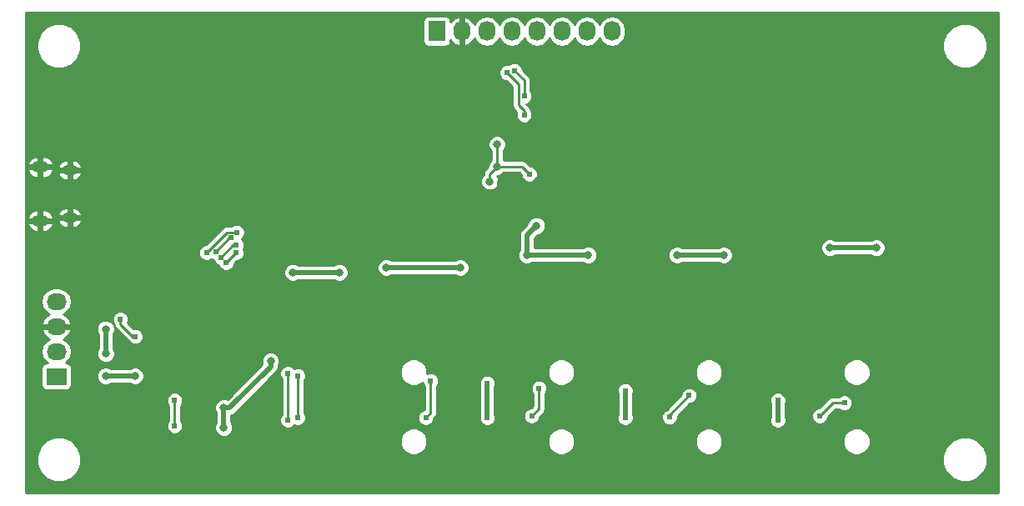
<source format=gbl>
G04 #@! TF.FileFunction,Copper,L2,Bot,Signal*
%FSLAX46Y46*%
G04 Gerber Fmt 4.6, Leading zero omitted, Abs format (unit mm)*
G04 Created by KiCad (PCBNEW 4.0.1-3.201512221402+6198~38~ubuntu14.04.1-stable) date Wed 24 Feb 2016 01:49:48 AM EST*
%MOMM*%
G01*
G04 APERTURE LIST*
%ADD10C,0.100000*%
%ADD11R,2.032000X1.727200*%
%ADD12O,2.032000X1.727200*%
%ADD13O,1.500000X1.100000*%
%ADD14O,1.700000X1.200000*%
%ADD15R,1.727200X2.032000*%
%ADD16O,1.727200X2.032000*%
%ADD17C,0.610000*%
%ADD18C,0.800000*%
%ADD19C,0.240000*%
%ADD20C,0.480000*%
%ADD21C,0.254000*%
G04 APERTURE END LIST*
D10*
D11*
X73750000Y-97580000D03*
D12*
X73750000Y-95040000D03*
X73750000Y-92500000D03*
X73750000Y-89960000D03*
D13*
X75125000Y-76600000D03*
X75125000Y-81450000D03*
D14*
X72125000Y-76300000D03*
X72125000Y-81750000D03*
D15*
X112380000Y-62500000D03*
D16*
X114920000Y-62500000D03*
X117460000Y-62500000D03*
X120000000Y-62500000D03*
X122540000Y-62500000D03*
X125080000Y-62500000D03*
X127620000Y-62500000D03*
X130160000Y-62500000D03*
D17*
X71875000Y-78062500D03*
X71875000Y-79987500D03*
X77461336Y-80788664D03*
X130250000Y-77500000D03*
X125250000Y-74500000D03*
X82500000Y-108000000D03*
X88000000Y-108000000D03*
X92750000Y-103000000D03*
X93000000Y-90750000D03*
X85500000Y-98500000D03*
X80750000Y-95000000D03*
X77250000Y-88250000D03*
D18*
X137500000Y-88500000D03*
X84750000Y-70750000D03*
X87750000Y-75500000D03*
X95250000Y-71000000D03*
D17*
X79000000Y-85500000D03*
X85000000Y-88000000D03*
X81750000Y-90750000D03*
X118750000Y-78000000D03*
X118750000Y-79750000D03*
X123211336Y-78461336D03*
X107750000Y-88500000D03*
X114000000Y-90000000D03*
X117000000Y-86250000D03*
X120000000Y-87000000D03*
X122750000Y-88500000D03*
X134750000Y-86500000D03*
X131750000Y-86000000D03*
X128750000Y-89750000D03*
X147000000Y-86250000D03*
X143750000Y-90000000D03*
X150250000Y-86750000D03*
D18*
X113750000Y-103500000D03*
X128750000Y-103500000D03*
X143750000Y-103500000D03*
X158750000Y-103500000D03*
D17*
X152750000Y-88500000D03*
X161750000Y-86250000D03*
X165000000Y-86750000D03*
X158500000Y-90000000D03*
X87750000Y-97250000D03*
X121773249Y-77011624D03*
D18*
X78750000Y-92750000D03*
X78750000Y-95250000D03*
X78750000Y-97500000D03*
X81750000Y-97500000D03*
X90750000Y-102750000D03*
X90750000Y-100720000D03*
X95500000Y-96000000D03*
X118500000Y-74000000D03*
X118500000Y-76250000D03*
X117750000Y-77750000D03*
X122500000Y-82250000D03*
X157000000Y-84500000D03*
X152250000Y-84500000D03*
X141500000Y-85250000D03*
X136750000Y-85250000D03*
X127750000Y-85250000D03*
X121500000Y-85250000D03*
X114750000Y-86500000D03*
X107250000Y-86500000D03*
X102500000Y-87000000D03*
X97750000Y-87000000D03*
D17*
X85750000Y-102585010D03*
X85750000Y-100000000D03*
X117500000Y-101750000D03*
X117500000Y-98250000D03*
X131500000Y-101750000D03*
X131500000Y-99000000D03*
X147000000Y-102000000D03*
X147000000Y-100000000D03*
X111250000Y-101750000D03*
X111750000Y-98000000D03*
X136000000Y-101700000D03*
X138000000Y-99500000D03*
X122000000Y-101585010D03*
X122750000Y-98750000D03*
X151250000Y-101585010D03*
X153750000Y-100250000D03*
X98250000Y-97500000D03*
X98250000Y-101750000D03*
X80250000Y-91750000D03*
X81750000Y-93500000D03*
X97250000Y-97250000D03*
X97250000Y-102000000D03*
X88997388Y-84997388D03*
X92044474Y-82914990D03*
X89911053Y-84911053D03*
X91500000Y-83500000D03*
X90455526Y-85455526D03*
X92000000Y-84229997D03*
X92000000Y-85000000D03*
X91000000Y-86000000D03*
X119500000Y-66714960D03*
X121250000Y-71000000D03*
X120250000Y-66500000D03*
X121250000Y-69085010D03*
D19*
X121773249Y-77011624D02*
X121011625Y-76250000D01*
X121011625Y-76250000D02*
X118500000Y-76250000D01*
D20*
X78750000Y-95250000D02*
X78750000Y-92750000D01*
X81750000Y-97500000D02*
X78750000Y-97500000D01*
X90750000Y-100720000D02*
X90750000Y-102750000D01*
X91315685Y-100750000D02*
X90780000Y-100750000D01*
X90780000Y-100750000D02*
X90750000Y-100720000D01*
X95500000Y-96000000D02*
X95500000Y-96565685D01*
X95500000Y-96565685D02*
X91315685Y-100750000D01*
D19*
X118500000Y-76250000D02*
X118500000Y-74000000D01*
X117750000Y-77750000D02*
X117750000Y-77000000D01*
X117750000Y-77000000D02*
X118500000Y-76250000D01*
D20*
X121500000Y-83500000D02*
X121500000Y-83250000D01*
X121500000Y-83250000D02*
X122500000Y-82250000D01*
X121500000Y-85250000D02*
X121500000Y-83500000D01*
X152250000Y-84500000D02*
X157000000Y-84500000D01*
X136750000Y-85250000D02*
X141500000Y-85250000D01*
X121500000Y-85250000D02*
X127750000Y-85250000D01*
X107250000Y-86500000D02*
X114750000Y-86500000D01*
X97750000Y-87000000D02*
X102500000Y-87000000D01*
D19*
X85750000Y-100000000D02*
X85750000Y-102585010D01*
D20*
X117500000Y-98250000D02*
X117500000Y-101750000D01*
X131500000Y-99000000D02*
X131500000Y-101750000D01*
X147000000Y-100000000D02*
X147000000Y-102000000D01*
D19*
X111750000Y-98000000D02*
X111750000Y-101250000D01*
X111750000Y-101250000D02*
X111250000Y-101750000D01*
X138000000Y-99500000D02*
X136000000Y-101500000D01*
X136000000Y-101500000D02*
X136000000Y-101700000D01*
X122750000Y-98750000D02*
X122750000Y-100835010D01*
X122750000Y-100835010D02*
X122000000Y-101585010D01*
X153750000Y-100250000D02*
X152585010Y-100250000D01*
X152585010Y-100250000D02*
X151250000Y-101585010D01*
X98250000Y-97750000D02*
X98250000Y-97500000D01*
X98250000Y-101750000D02*
X98250000Y-97750000D01*
X80250000Y-92250000D02*
X80250000Y-91750000D01*
X81750000Y-93500000D02*
X81500000Y-93500000D01*
X81500000Y-93500000D02*
X80250000Y-92250000D01*
X97250000Y-102000000D02*
X97250000Y-97250000D01*
X92044474Y-82914990D02*
X91079786Y-82914990D01*
X91079786Y-82914990D02*
X88997388Y-84997388D01*
X91500000Y-83500000D02*
X91322106Y-83500000D01*
X91322106Y-83500000D02*
X89911053Y-84911053D01*
X92000000Y-84229997D02*
X91681055Y-84229997D01*
X91681055Y-84229997D02*
X90455526Y-85455526D01*
X91000000Y-86000000D02*
X92000000Y-85000000D01*
X120664999Y-69365811D02*
X120664999Y-67879959D01*
X120664999Y-67879959D02*
X119500000Y-66714960D01*
X121250000Y-71000000D02*
X121250000Y-70568665D01*
X121250000Y-70568665D02*
X120664999Y-69983664D01*
X120664999Y-69983664D02*
X120664999Y-69365811D01*
X121250000Y-69085010D02*
X121250000Y-67500000D01*
X121250000Y-67500000D02*
X120250000Y-66500000D01*
D21*
G36*
X169373000Y-109373000D02*
X70627000Y-109373000D01*
X70627000Y-106450936D01*
X71722606Y-106450936D01*
X72068528Y-107288132D01*
X72708499Y-107929221D01*
X73545090Y-108276604D01*
X74450936Y-108277394D01*
X75288132Y-107931472D01*
X75929221Y-107291501D01*
X76276604Y-106454910D01*
X76276607Y-106450936D01*
X163722606Y-106450936D01*
X164068528Y-107288132D01*
X164708499Y-107929221D01*
X165545090Y-108276604D01*
X166450936Y-108277394D01*
X167288132Y-107931472D01*
X167929221Y-107291501D01*
X168276604Y-106454910D01*
X168277394Y-105549064D01*
X167931472Y-104711868D01*
X167291501Y-104070779D01*
X166454910Y-103723396D01*
X165549064Y-103722606D01*
X164711868Y-104068528D01*
X164070779Y-104708499D01*
X163723396Y-105545090D01*
X163722606Y-106450936D01*
X76276607Y-106450936D01*
X76277394Y-105549064D01*
X75931472Y-104711868D01*
X75642810Y-104422701D01*
X108622762Y-104422701D01*
X108831956Y-104928989D01*
X109218974Y-105316683D01*
X109724896Y-105526760D01*
X110272701Y-105527238D01*
X110778989Y-105318044D01*
X111166683Y-104931026D01*
X111376760Y-104425104D01*
X111376762Y-104422701D01*
X123622762Y-104422701D01*
X123831956Y-104928989D01*
X124218974Y-105316683D01*
X124724896Y-105526760D01*
X125272701Y-105527238D01*
X125778989Y-105318044D01*
X126166683Y-104931026D01*
X126376760Y-104425104D01*
X126376762Y-104422701D01*
X138622762Y-104422701D01*
X138831956Y-104928989D01*
X139218974Y-105316683D01*
X139724896Y-105526760D01*
X140272701Y-105527238D01*
X140778989Y-105318044D01*
X141166683Y-104931026D01*
X141376760Y-104425104D01*
X141376762Y-104422701D01*
X153622762Y-104422701D01*
X153831956Y-104928989D01*
X154218974Y-105316683D01*
X154724896Y-105526760D01*
X155272701Y-105527238D01*
X155778989Y-105318044D01*
X156166683Y-104931026D01*
X156376760Y-104425104D01*
X156377238Y-103877299D01*
X156168044Y-103371011D01*
X155781026Y-102983317D01*
X155275104Y-102773240D01*
X154727299Y-102772762D01*
X154221011Y-102981956D01*
X153833317Y-103368974D01*
X153623240Y-103874896D01*
X153622762Y-104422701D01*
X141376762Y-104422701D01*
X141377238Y-103877299D01*
X141168044Y-103371011D01*
X140781026Y-102983317D01*
X140275104Y-102773240D01*
X139727299Y-102772762D01*
X139221011Y-102981956D01*
X138833317Y-103368974D01*
X138623240Y-103874896D01*
X138622762Y-104422701D01*
X126376762Y-104422701D01*
X126377238Y-103877299D01*
X126168044Y-103371011D01*
X125781026Y-102983317D01*
X125275104Y-102773240D01*
X124727299Y-102772762D01*
X124221011Y-102981956D01*
X123833317Y-103368974D01*
X123623240Y-103874896D01*
X123622762Y-104422701D01*
X111376762Y-104422701D01*
X111377238Y-103877299D01*
X111168044Y-103371011D01*
X110781026Y-102983317D01*
X110275104Y-102773240D01*
X109727299Y-102772762D01*
X109221011Y-102981956D01*
X108833317Y-103368974D01*
X108623240Y-103874896D01*
X108622762Y-104422701D01*
X75642810Y-104422701D01*
X75291501Y-104070779D01*
X74454910Y-103723396D01*
X73549064Y-103722606D01*
X72711868Y-104068528D01*
X72070779Y-104708499D01*
X71723396Y-105545090D01*
X71722606Y-106450936D01*
X70627000Y-106450936D01*
X70627000Y-100164769D01*
X84917856Y-100164769D01*
X85044253Y-100470675D01*
X85103000Y-100529525D01*
X85103000Y-102055281D01*
X85045076Y-102113104D01*
X84918145Y-102418789D01*
X84917856Y-102749779D01*
X85044253Y-103055685D01*
X85278094Y-103289934D01*
X85583779Y-103416865D01*
X85914769Y-103417154D01*
X86220675Y-103290757D01*
X86454924Y-103056916D01*
X86581855Y-102751231D01*
X86582144Y-102420241D01*
X86455747Y-102114335D01*
X86397000Y-102055485D01*
X86397000Y-100903583D01*
X89822839Y-100903583D01*
X89963669Y-101244417D01*
X89983000Y-101263782D01*
X89983000Y-102205829D01*
X89964586Y-102224211D01*
X89823161Y-102564799D01*
X89822839Y-102933583D01*
X89963669Y-103274417D01*
X90224211Y-103535414D01*
X90564799Y-103676839D01*
X90933583Y-103677161D01*
X91274417Y-103536331D01*
X91535414Y-103275789D01*
X91676839Y-102935201D01*
X91677161Y-102566417D01*
X91536331Y-102225583D01*
X91517000Y-102206218D01*
X91517000Y-101476956D01*
X91609204Y-101458616D01*
X91858036Y-101292351D01*
X95735618Y-97414769D01*
X96417856Y-97414769D01*
X96544253Y-97720675D01*
X96603000Y-97779525D01*
X96603000Y-101470271D01*
X96545076Y-101528094D01*
X96418145Y-101833779D01*
X96417856Y-102164769D01*
X96544253Y-102470675D01*
X96778094Y-102704924D01*
X97083779Y-102831855D01*
X97414769Y-102832144D01*
X97720675Y-102705747D01*
X97914992Y-102511769D01*
X98083779Y-102581855D01*
X98414769Y-102582144D01*
X98720675Y-102455747D01*
X98954924Y-102221906D01*
X99081855Y-101916221D01*
X99082144Y-101585231D01*
X98955747Y-101279325D01*
X98897000Y-101220475D01*
X98897000Y-98029729D01*
X98954924Y-97971906D01*
X99081855Y-97666221D01*
X99082067Y-97422701D01*
X108622762Y-97422701D01*
X108831956Y-97928989D01*
X109218974Y-98316683D01*
X109724896Y-98526760D01*
X110272701Y-98527238D01*
X110778989Y-98318044D01*
X110922142Y-98175141D01*
X111044253Y-98470675D01*
X111103000Y-98529525D01*
X111103000Y-100917872D01*
X111085231Y-100917856D01*
X110779325Y-101044253D01*
X110545076Y-101278094D01*
X110418145Y-101583779D01*
X110417856Y-101914769D01*
X110544253Y-102220675D01*
X110778094Y-102454924D01*
X111083779Y-102581855D01*
X111414769Y-102582144D01*
X111720675Y-102455747D01*
X111954924Y-102221906D01*
X112081855Y-101916221D01*
X112081928Y-101833068D01*
X112207498Y-101707498D01*
X112347750Y-101497596D01*
X112397000Y-101250000D01*
X112397000Y-98529729D01*
X112454924Y-98471906D01*
X112478649Y-98414769D01*
X116667856Y-98414769D01*
X116733000Y-98572430D01*
X116733000Y-101427590D01*
X116668145Y-101583779D01*
X116667856Y-101914769D01*
X116794253Y-102220675D01*
X117028094Y-102454924D01*
X117333779Y-102581855D01*
X117664769Y-102582144D01*
X117970675Y-102455747D01*
X118204924Y-102221906D01*
X118331855Y-101916221D01*
X118332000Y-101749779D01*
X121167856Y-101749779D01*
X121294253Y-102055685D01*
X121528094Y-102289934D01*
X121833779Y-102416865D01*
X122164769Y-102417154D01*
X122470675Y-102290757D01*
X122704924Y-102056916D01*
X122831855Y-101751231D01*
X122831928Y-101668078D01*
X123207498Y-101292508D01*
X123347750Y-101082606D01*
X123397000Y-100835010D01*
X123397000Y-99279729D01*
X123454924Y-99221906D01*
X123478649Y-99164769D01*
X130667856Y-99164769D01*
X130733000Y-99322430D01*
X130733000Y-101427590D01*
X130668145Y-101583779D01*
X130667856Y-101914769D01*
X130794253Y-102220675D01*
X131028094Y-102454924D01*
X131333779Y-102581855D01*
X131664769Y-102582144D01*
X131970675Y-102455747D01*
X132204924Y-102221906D01*
X132331855Y-101916221D01*
X132331899Y-101864769D01*
X135167856Y-101864769D01*
X135294253Y-102170675D01*
X135528094Y-102404924D01*
X135833779Y-102531855D01*
X136164769Y-102532144D01*
X136470675Y-102405747D01*
X136704924Y-102171906D01*
X136831855Y-101866221D01*
X136832102Y-101582894D01*
X138082923Y-100332073D01*
X138164769Y-100332144D01*
X138470675Y-100205747D01*
X138511724Y-100164769D01*
X146167856Y-100164769D01*
X146233000Y-100322430D01*
X146233000Y-101677590D01*
X146168145Y-101833779D01*
X146167856Y-102164769D01*
X146294253Y-102470675D01*
X146528094Y-102704924D01*
X146833779Y-102831855D01*
X147164769Y-102832144D01*
X147470675Y-102705747D01*
X147704924Y-102471906D01*
X147831855Y-102166221D01*
X147832144Y-101835231D01*
X147796837Y-101749779D01*
X150417856Y-101749779D01*
X150544253Y-102055685D01*
X150778094Y-102289934D01*
X151083779Y-102416865D01*
X151414769Y-102417154D01*
X151720675Y-102290757D01*
X151954924Y-102056916D01*
X152081855Y-101751231D01*
X152081928Y-101668078D01*
X152853006Y-100897000D01*
X153220271Y-100897000D01*
X153278094Y-100954924D01*
X153583779Y-101081855D01*
X153914769Y-101082144D01*
X154220675Y-100955747D01*
X154454924Y-100721906D01*
X154581855Y-100416221D01*
X154582144Y-100085231D01*
X154455747Y-99779325D01*
X154221906Y-99545076D01*
X153916221Y-99418145D01*
X153585231Y-99417856D01*
X153279325Y-99544253D01*
X153220475Y-99603000D01*
X152585010Y-99603000D01*
X152337414Y-99652250D01*
X152127512Y-99792502D01*
X151167077Y-100752937D01*
X151085231Y-100752866D01*
X150779325Y-100879263D01*
X150545076Y-101113104D01*
X150418145Y-101418789D01*
X150417856Y-101749779D01*
X147796837Y-101749779D01*
X147767000Y-101677570D01*
X147767000Y-100322410D01*
X147831855Y-100166221D01*
X147832144Y-99835231D01*
X147705747Y-99529325D01*
X147471906Y-99295076D01*
X147166221Y-99168145D01*
X146835231Y-99167856D01*
X146529325Y-99294253D01*
X146295076Y-99528094D01*
X146168145Y-99833779D01*
X146167856Y-100164769D01*
X138511724Y-100164769D01*
X138704924Y-99971906D01*
X138831855Y-99666221D01*
X138832144Y-99335231D01*
X138705747Y-99029325D01*
X138471906Y-98795076D01*
X138166221Y-98668145D01*
X137835231Y-98667856D01*
X137529325Y-98794253D01*
X137295076Y-99028094D01*
X137168145Y-99333779D01*
X137168072Y-99416932D01*
X135634003Y-100951001D01*
X135529325Y-100994253D01*
X135295076Y-101228094D01*
X135168145Y-101533779D01*
X135167856Y-101864769D01*
X132331899Y-101864769D01*
X132332144Y-101585231D01*
X132267000Y-101427570D01*
X132267000Y-99322410D01*
X132331855Y-99166221D01*
X132332144Y-98835231D01*
X132205747Y-98529325D01*
X131971906Y-98295076D01*
X131666221Y-98168145D01*
X131335231Y-98167856D01*
X131029325Y-98294253D01*
X130795076Y-98528094D01*
X130668145Y-98833779D01*
X130667856Y-99164769D01*
X123478649Y-99164769D01*
X123581855Y-98916221D01*
X123582144Y-98585231D01*
X123455747Y-98279325D01*
X123221906Y-98045076D01*
X122916221Y-97918145D01*
X122585231Y-97917856D01*
X122279325Y-98044253D01*
X122045076Y-98278094D01*
X121918145Y-98583779D01*
X121917856Y-98914769D01*
X122044253Y-99220675D01*
X122103000Y-99279525D01*
X122103000Y-100567014D01*
X121917077Y-100752937D01*
X121835231Y-100752866D01*
X121529325Y-100879263D01*
X121295076Y-101113104D01*
X121168145Y-101418789D01*
X121167856Y-101749779D01*
X118332000Y-101749779D01*
X118332144Y-101585231D01*
X118267000Y-101427570D01*
X118267000Y-98572410D01*
X118331855Y-98416221D01*
X118332144Y-98085231D01*
X118205747Y-97779325D01*
X117971906Y-97545076D01*
X117677194Y-97422701D01*
X123622762Y-97422701D01*
X123831956Y-97928989D01*
X124218974Y-98316683D01*
X124724896Y-98526760D01*
X125272701Y-98527238D01*
X125778989Y-98318044D01*
X126166683Y-97931026D01*
X126376760Y-97425104D01*
X126376762Y-97422701D01*
X138622762Y-97422701D01*
X138831956Y-97928989D01*
X139218974Y-98316683D01*
X139724896Y-98526760D01*
X140272701Y-98527238D01*
X140778989Y-98318044D01*
X141166683Y-97931026D01*
X141376760Y-97425104D01*
X141376762Y-97422701D01*
X153622762Y-97422701D01*
X153831956Y-97928989D01*
X154218974Y-98316683D01*
X154724896Y-98526760D01*
X155272701Y-98527238D01*
X155778989Y-98318044D01*
X156166683Y-97931026D01*
X156376760Y-97425104D01*
X156377238Y-96877299D01*
X156168044Y-96371011D01*
X155781026Y-95983317D01*
X155275104Y-95773240D01*
X154727299Y-95772762D01*
X154221011Y-95981956D01*
X153833317Y-96368974D01*
X153623240Y-96874896D01*
X153622762Y-97422701D01*
X141376762Y-97422701D01*
X141377238Y-96877299D01*
X141168044Y-96371011D01*
X140781026Y-95983317D01*
X140275104Y-95773240D01*
X139727299Y-95772762D01*
X139221011Y-95981956D01*
X138833317Y-96368974D01*
X138623240Y-96874896D01*
X138622762Y-97422701D01*
X126376762Y-97422701D01*
X126377238Y-96877299D01*
X126168044Y-96371011D01*
X125781026Y-95983317D01*
X125275104Y-95773240D01*
X124727299Y-95772762D01*
X124221011Y-95981956D01*
X123833317Y-96368974D01*
X123623240Y-96874896D01*
X123622762Y-97422701D01*
X117677194Y-97422701D01*
X117666221Y-97418145D01*
X117335231Y-97417856D01*
X117029325Y-97544253D01*
X116795076Y-97778094D01*
X116668145Y-98083779D01*
X116667856Y-98414769D01*
X112478649Y-98414769D01*
X112581855Y-98166221D01*
X112582144Y-97835231D01*
X112455747Y-97529325D01*
X112221906Y-97295076D01*
X111916221Y-97168145D01*
X111585231Y-97167856D01*
X111376909Y-97253932D01*
X111377238Y-96877299D01*
X111168044Y-96371011D01*
X110781026Y-95983317D01*
X110275104Y-95773240D01*
X109727299Y-95772762D01*
X109221011Y-95981956D01*
X108833317Y-96368974D01*
X108623240Y-96874896D01*
X108622762Y-97422701D01*
X99082067Y-97422701D01*
X99082144Y-97335231D01*
X98955747Y-97029325D01*
X98721906Y-96795076D01*
X98416221Y-96668145D01*
X98085231Y-96667856D01*
X97914779Y-96738285D01*
X97721906Y-96545076D01*
X97416221Y-96418145D01*
X97085231Y-96417856D01*
X96779325Y-96544253D01*
X96545076Y-96778094D01*
X96418145Y-97083779D01*
X96417856Y-97414769D01*
X95735618Y-97414769D01*
X96042351Y-97108036D01*
X96208616Y-96859204D01*
X96267000Y-96565685D01*
X96267000Y-96544171D01*
X96285414Y-96525789D01*
X96426839Y-96185201D01*
X96427161Y-95816417D01*
X96286331Y-95475583D01*
X96025789Y-95214586D01*
X95685201Y-95073161D01*
X95316417Y-95072839D01*
X94975583Y-95213669D01*
X94714586Y-95474211D01*
X94573161Y-95814799D01*
X94572839Y-96183583D01*
X94638497Y-96342486D01*
X91113702Y-99867281D01*
X90935201Y-99793161D01*
X90566417Y-99792839D01*
X90225583Y-99933669D01*
X89964586Y-100194211D01*
X89823161Y-100534799D01*
X89822839Y-100903583D01*
X86397000Y-100903583D01*
X86397000Y-100529729D01*
X86454924Y-100471906D01*
X86581855Y-100166221D01*
X86582144Y-99835231D01*
X86455747Y-99529325D01*
X86221906Y-99295076D01*
X85916221Y-99168145D01*
X85585231Y-99167856D01*
X85279325Y-99294253D01*
X85045076Y-99528094D01*
X84918145Y-99833779D01*
X84917856Y-100164769D01*
X70627000Y-100164769D01*
X70627000Y-95040000D01*
X72176771Y-95040000D01*
X72282624Y-95572160D01*
X72584068Y-96023303D01*
X72817199Y-96179076D01*
X72734000Y-96179076D01*
X72538706Y-96215823D01*
X72359340Y-96331242D01*
X72239010Y-96507351D01*
X72196676Y-96716400D01*
X72196676Y-98443600D01*
X72233423Y-98638894D01*
X72348842Y-98818260D01*
X72524951Y-98938590D01*
X72734000Y-98980924D01*
X74766000Y-98980924D01*
X74961294Y-98944177D01*
X75140660Y-98828758D01*
X75260990Y-98652649D01*
X75303324Y-98443600D01*
X75303324Y-97683583D01*
X77822839Y-97683583D01*
X77963669Y-98024417D01*
X78224211Y-98285414D01*
X78564799Y-98426839D01*
X78933583Y-98427161D01*
X79274417Y-98286331D01*
X79293782Y-98267000D01*
X81205829Y-98267000D01*
X81224211Y-98285414D01*
X81564799Y-98426839D01*
X81933583Y-98427161D01*
X82274417Y-98286331D01*
X82535414Y-98025789D01*
X82676839Y-97685201D01*
X82677161Y-97316417D01*
X82536331Y-96975583D01*
X82275789Y-96714586D01*
X81935201Y-96573161D01*
X81566417Y-96572839D01*
X81225583Y-96713669D01*
X81206218Y-96733000D01*
X79294171Y-96733000D01*
X79275789Y-96714586D01*
X78935201Y-96573161D01*
X78566417Y-96572839D01*
X78225583Y-96713669D01*
X77964586Y-96974211D01*
X77823161Y-97314799D01*
X77822839Y-97683583D01*
X75303324Y-97683583D01*
X75303324Y-96716400D01*
X75266577Y-96521106D01*
X75151158Y-96341740D01*
X74975049Y-96221410D01*
X74766000Y-96179076D01*
X74682801Y-96179076D01*
X74915932Y-96023303D01*
X75217376Y-95572160D01*
X75323229Y-95040000D01*
X75217376Y-94507840D01*
X74915932Y-94056697D01*
X74464789Y-93755253D01*
X74445038Y-93751324D01*
X74645882Y-93673827D01*
X75038492Y-93299956D01*
X75215503Y-92933583D01*
X77822839Y-92933583D01*
X77963669Y-93274417D01*
X77983000Y-93293782D01*
X77983000Y-94705829D01*
X77964586Y-94724211D01*
X77823161Y-95064799D01*
X77822839Y-95433583D01*
X77963669Y-95774417D01*
X78224211Y-96035414D01*
X78564799Y-96176839D01*
X78933583Y-96177161D01*
X79274417Y-96036331D01*
X79535414Y-95775789D01*
X79676839Y-95435201D01*
X79677161Y-95066417D01*
X79536331Y-94725583D01*
X79517000Y-94706218D01*
X79517000Y-93294171D01*
X79535414Y-93275789D01*
X79676839Y-92935201D01*
X79677161Y-92566417D01*
X79536331Y-92225583D01*
X79275789Y-91964586D01*
X79155817Y-91914769D01*
X79417856Y-91914769D01*
X79544253Y-92220675D01*
X79610334Y-92286872D01*
X79652250Y-92497596D01*
X79792502Y-92707498D01*
X81036208Y-93951204D01*
X81044253Y-93970675D01*
X81278094Y-94204924D01*
X81583779Y-94331855D01*
X81914769Y-94332144D01*
X82220675Y-94205747D01*
X82454924Y-93971906D01*
X82581855Y-93666221D01*
X82582144Y-93335231D01*
X82455747Y-93029325D01*
X82221906Y-92795076D01*
X81916221Y-92668145D01*
X81585231Y-92667856D01*
X81583548Y-92668552D01*
X81008317Y-92093321D01*
X81081855Y-91916221D01*
X81082144Y-91585231D01*
X80955747Y-91279325D01*
X80721906Y-91045076D01*
X80416221Y-90918145D01*
X80085231Y-90917856D01*
X79779325Y-91044253D01*
X79545076Y-91278094D01*
X79418145Y-91583779D01*
X79417856Y-91914769D01*
X79155817Y-91914769D01*
X78935201Y-91823161D01*
X78566417Y-91822839D01*
X78225583Y-91963669D01*
X77964586Y-92224211D01*
X77823161Y-92564799D01*
X77822839Y-92933583D01*
X75215503Y-92933583D01*
X75238146Y-92886718D01*
X75149306Y-92673000D01*
X73923000Y-92673000D01*
X73923000Y-92693000D01*
X73577000Y-92693000D01*
X73577000Y-92673000D01*
X72350694Y-92673000D01*
X72261854Y-92886718D01*
X72461508Y-93299956D01*
X72854118Y-93673827D01*
X73054962Y-93751324D01*
X73035211Y-93755253D01*
X72584068Y-94056697D01*
X72282624Y-94507840D01*
X72176771Y-95040000D01*
X70627000Y-95040000D01*
X70627000Y-89960000D01*
X72176771Y-89960000D01*
X72282624Y-90492160D01*
X72584068Y-90943303D01*
X73035211Y-91244747D01*
X73054962Y-91248676D01*
X72854118Y-91326173D01*
X72461508Y-91700044D01*
X72261854Y-92113282D01*
X72350694Y-92327000D01*
X73577000Y-92327000D01*
X73577000Y-92307000D01*
X73923000Y-92307000D01*
X73923000Y-92327000D01*
X75149306Y-92327000D01*
X75238146Y-92113282D01*
X75038492Y-91700044D01*
X74645882Y-91326173D01*
X74445038Y-91248676D01*
X74464789Y-91244747D01*
X74915932Y-90943303D01*
X75217376Y-90492160D01*
X75323229Y-89960000D01*
X75217376Y-89427840D01*
X74915932Y-88976697D01*
X74464789Y-88675253D01*
X73932629Y-88569400D01*
X73567371Y-88569400D01*
X73035211Y-88675253D01*
X72584068Y-88976697D01*
X72282624Y-89427840D01*
X72176771Y-89960000D01*
X70627000Y-89960000D01*
X70627000Y-87183583D01*
X96822839Y-87183583D01*
X96963669Y-87524417D01*
X97224211Y-87785414D01*
X97564799Y-87926839D01*
X97933583Y-87927161D01*
X98274417Y-87786331D01*
X98293782Y-87767000D01*
X101955829Y-87767000D01*
X101974211Y-87785414D01*
X102314799Y-87926839D01*
X102683583Y-87927161D01*
X103024417Y-87786331D01*
X103285414Y-87525789D01*
X103426839Y-87185201D01*
X103427161Y-86816417D01*
X103372276Y-86683583D01*
X106322839Y-86683583D01*
X106463669Y-87024417D01*
X106724211Y-87285414D01*
X107064799Y-87426839D01*
X107433583Y-87427161D01*
X107774417Y-87286331D01*
X107793782Y-87267000D01*
X114205829Y-87267000D01*
X114224211Y-87285414D01*
X114564799Y-87426839D01*
X114933583Y-87427161D01*
X115274417Y-87286331D01*
X115535414Y-87025789D01*
X115676839Y-86685201D01*
X115677161Y-86316417D01*
X115536331Y-85975583D01*
X115275789Y-85714586D01*
X114935201Y-85573161D01*
X114566417Y-85572839D01*
X114225583Y-85713669D01*
X114206218Y-85733000D01*
X107794171Y-85733000D01*
X107775789Y-85714586D01*
X107435201Y-85573161D01*
X107066417Y-85572839D01*
X106725583Y-85713669D01*
X106464586Y-85974211D01*
X106323161Y-86314799D01*
X106322839Y-86683583D01*
X103372276Y-86683583D01*
X103286331Y-86475583D01*
X103025789Y-86214586D01*
X102685201Y-86073161D01*
X102316417Y-86072839D01*
X101975583Y-86213669D01*
X101956218Y-86233000D01*
X98294171Y-86233000D01*
X98275789Y-86214586D01*
X97935201Y-86073161D01*
X97566417Y-86072839D01*
X97225583Y-86213669D01*
X96964586Y-86474211D01*
X96823161Y-86814799D01*
X96822839Y-87183583D01*
X70627000Y-87183583D01*
X70627000Y-85162157D01*
X88165244Y-85162157D01*
X88291641Y-85468063D01*
X88525482Y-85702312D01*
X88831167Y-85829243D01*
X89162157Y-85829532D01*
X89468063Y-85703135D01*
X89521230Y-85650061D01*
X89659384Y-85707427D01*
X89749779Y-85926201D01*
X89983620Y-86160450D01*
X90203858Y-86251900D01*
X90294253Y-86470675D01*
X90528094Y-86704924D01*
X90833779Y-86831855D01*
X91164769Y-86832144D01*
X91470675Y-86705747D01*
X91704924Y-86471906D01*
X91831855Y-86166221D01*
X91831928Y-86083068D01*
X92082923Y-85832073D01*
X92164769Y-85832144D01*
X92470675Y-85705747D01*
X92704924Y-85471906D01*
X92720837Y-85433583D01*
X120572839Y-85433583D01*
X120713669Y-85774417D01*
X120974211Y-86035414D01*
X121314799Y-86176839D01*
X121683583Y-86177161D01*
X122024417Y-86036331D01*
X122043782Y-86017000D01*
X127205829Y-86017000D01*
X127224211Y-86035414D01*
X127564799Y-86176839D01*
X127933583Y-86177161D01*
X128274417Y-86036331D01*
X128535414Y-85775789D01*
X128676839Y-85435201D01*
X128676840Y-85433583D01*
X135822839Y-85433583D01*
X135963669Y-85774417D01*
X136224211Y-86035414D01*
X136564799Y-86176839D01*
X136933583Y-86177161D01*
X137274417Y-86036331D01*
X137293782Y-86017000D01*
X140955829Y-86017000D01*
X140974211Y-86035414D01*
X141314799Y-86176839D01*
X141683583Y-86177161D01*
X142024417Y-86036331D01*
X142285414Y-85775789D01*
X142426839Y-85435201D01*
X142427161Y-85066417D01*
X142286331Y-84725583D01*
X142244405Y-84683583D01*
X151322839Y-84683583D01*
X151463669Y-85024417D01*
X151724211Y-85285414D01*
X152064799Y-85426839D01*
X152433583Y-85427161D01*
X152774417Y-85286331D01*
X152793782Y-85267000D01*
X156455829Y-85267000D01*
X156474211Y-85285414D01*
X156814799Y-85426839D01*
X157183583Y-85427161D01*
X157524417Y-85286331D01*
X157785414Y-85025789D01*
X157926839Y-84685201D01*
X157927161Y-84316417D01*
X157786331Y-83975583D01*
X157525789Y-83714586D01*
X157185201Y-83573161D01*
X156816417Y-83572839D01*
X156475583Y-83713669D01*
X156456218Y-83733000D01*
X152794171Y-83733000D01*
X152775789Y-83714586D01*
X152435201Y-83573161D01*
X152066417Y-83572839D01*
X151725583Y-83713669D01*
X151464586Y-83974211D01*
X151323161Y-84314799D01*
X151322839Y-84683583D01*
X142244405Y-84683583D01*
X142025789Y-84464586D01*
X141685201Y-84323161D01*
X141316417Y-84322839D01*
X140975583Y-84463669D01*
X140956218Y-84483000D01*
X137294171Y-84483000D01*
X137275789Y-84464586D01*
X136935201Y-84323161D01*
X136566417Y-84322839D01*
X136225583Y-84463669D01*
X135964586Y-84724211D01*
X135823161Y-85064799D01*
X135822839Y-85433583D01*
X128676840Y-85433583D01*
X128677161Y-85066417D01*
X128536331Y-84725583D01*
X128275789Y-84464586D01*
X127935201Y-84323161D01*
X127566417Y-84322839D01*
X127225583Y-84463669D01*
X127206218Y-84483000D01*
X122267000Y-84483000D01*
X122267000Y-83567702D01*
X122657564Y-83177138D01*
X122683583Y-83177161D01*
X123024417Y-83036331D01*
X123285414Y-82775789D01*
X123426839Y-82435201D01*
X123427161Y-82066417D01*
X123286331Y-81725583D01*
X123025789Y-81464586D01*
X122685201Y-81323161D01*
X122316417Y-81322839D01*
X121975583Y-81463669D01*
X121714586Y-81724211D01*
X121573161Y-82064799D01*
X121573137Y-82092161D01*
X120957649Y-82707649D01*
X120791384Y-82956481D01*
X120747488Y-83177161D01*
X120733000Y-83250000D01*
X120733000Y-84705829D01*
X120714586Y-84724211D01*
X120573161Y-85064799D01*
X120572839Y-85433583D01*
X92720837Y-85433583D01*
X92831855Y-85166221D01*
X92832144Y-84835231D01*
X92741078Y-84614834D01*
X92831855Y-84396218D01*
X92832144Y-84065228D01*
X92705747Y-83759322D01*
X92541322Y-83594610D01*
X92749398Y-83386896D01*
X92876329Y-83081211D01*
X92876618Y-82750221D01*
X92750221Y-82444315D01*
X92516380Y-82210066D01*
X92210695Y-82083135D01*
X91879705Y-82082846D01*
X91573799Y-82209243D01*
X91514949Y-82267990D01*
X91079786Y-82267990D01*
X90832189Y-82317240D01*
X90622288Y-82457492D01*
X88914465Y-84165315D01*
X88832619Y-84165244D01*
X88526713Y-84291641D01*
X88292464Y-84525482D01*
X88165533Y-84831167D01*
X88165244Y-85162157D01*
X70627000Y-85162157D01*
X70627000Y-82095082D01*
X70802131Y-82095082D01*
X71003734Y-82478188D01*
X71348721Y-82756177D01*
X71773829Y-82880985D01*
X71952000Y-82751137D01*
X71952000Y-81923000D01*
X72298000Y-81923000D01*
X72298000Y-82751137D01*
X72476171Y-82880985D01*
X72901279Y-82756177D01*
X73246266Y-82478188D01*
X73447869Y-82095082D01*
X73355099Y-81923000D01*
X72298000Y-81923000D01*
X71952000Y-81923000D01*
X70894901Y-81923000D01*
X70802131Y-82095082D01*
X70627000Y-82095082D01*
X70627000Y-81787162D01*
X73902136Y-81787162D01*
X74067809Y-82106160D01*
X74384160Y-82384246D01*
X74782849Y-82520101D01*
X74952000Y-82397414D01*
X74952000Y-81623000D01*
X75298000Y-81623000D01*
X75298000Y-82397414D01*
X75467151Y-82520101D01*
X75865840Y-82384246D01*
X76182191Y-82106160D01*
X76347864Y-81787162D01*
X76254284Y-81623000D01*
X75298000Y-81623000D01*
X74952000Y-81623000D01*
X73995716Y-81623000D01*
X73902136Y-81787162D01*
X70627000Y-81787162D01*
X70627000Y-81404918D01*
X70802131Y-81404918D01*
X70894901Y-81577000D01*
X71952000Y-81577000D01*
X71952000Y-80748863D01*
X72298000Y-80748863D01*
X72298000Y-81577000D01*
X73355099Y-81577000D01*
X73447869Y-81404918D01*
X73294167Y-81112838D01*
X73902136Y-81112838D01*
X73995716Y-81277000D01*
X74952000Y-81277000D01*
X74952000Y-80502586D01*
X75298000Y-80502586D01*
X75298000Y-81277000D01*
X76254284Y-81277000D01*
X76347864Y-81112838D01*
X76182191Y-80793840D01*
X75865840Y-80515754D01*
X75467151Y-80379899D01*
X75298000Y-80502586D01*
X74952000Y-80502586D01*
X74782849Y-80379899D01*
X74384160Y-80515754D01*
X74067809Y-80793840D01*
X73902136Y-81112838D01*
X73294167Y-81112838D01*
X73246266Y-81021812D01*
X72901279Y-80743823D01*
X72476171Y-80619015D01*
X72298000Y-80748863D01*
X71952000Y-80748863D01*
X71773829Y-80619015D01*
X71348721Y-80743823D01*
X71003734Y-81021812D01*
X70802131Y-81404918D01*
X70627000Y-81404918D01*
X70627000Y-77933583D01*
X116822839Y-77933583D01*
X116963669Y-78274417D01*
X117224211Y-78535414D01*
X117564799Y-78676839D01*
X117933583Y-78677161D01*
X118274417Y-78536331D01*
X118535414Y-78275789D01*
X118676839Y-77935201D01*
X118677161Y-77566417D01*
X118536331Y-77225583D01*
X118487914Y-77177082D01*
X118488006Y-77176990D01*
X118683583Y-77177161D01*
X119024417Y-77036331D01*
X119163991Y-76897000D01*
X120743629Y-76897000D01*
X120941176Y-77094547D01*
X120941105Y-77176393D01*
X121067502Y-77482299D01*
X121301343Y-77716548D01*
X121607028Y-77843479D01*
X121938018Y-77843768D01*
X122243924Y-77717371D01*
X122478173Y-77483530D01*
X122605104Y-77177845D01*
X122605393Y-76846855D01*
X122478996Y-76540949D01*
X122245155Y-76306700D01*
X121939470Y-76179769D01*
X121856317Y-76179696D01*
X121469123Y-75792502D01*
X121259221Y-75652250D01*
X121011625Y-75603000D01*
X119163962Y-75603000D01*
X119147000Y-75586009D01*
X119147000Y-74663962D01*
X119285414Y-74525789D01*
X119426839Y-74185201D01*
X119427161Y-73816417D01*
X119286331Y-73475583D01*
X119025789Y-73214586D01*
X118685201Y-73073161D01*
X118316417Y-73072839D01*
X117975583Y-73213669D01*
X117714586Y-73474211D01*
X117573161Y-73814799D01*
X117572839Y-74183583D01*
X117713669Y-74524417D01*
X117853000Y-74663991D01*
X117853000Y-75586038D01*
X117714586Y-75724211D01*
X117573161Y-76064799D01*
X117572989Y-76262015D01*
X117292502Y-76542502D01*
X117152250Y-76752404D01*
X117103000Y-77000000D01*
X117103000Y-77086038D01*
X116964586Y-77224211D01*
X116823161Y-77564799D01*
X116822839Y-77933583D01*
X70627000Y-77933583D01*
X70627000Y-76645082D01*
X70802131Y-76645082D01*
X71003734Y-77028188D01*
X71348721Y-77306177D01*
X71773829Y-77430985D01*
X71952000Y-77301137D01*
X71952000Y-76473000D01*
X72298000Y-76473000D01*
X72298000Y-77301137D01*
X72476171Y-77430985D01*
X72901279Y-77306177D01*
X73246266Y-77028188D01*
X73294166Y-76937162D01*
X73902136Y-76937162D01*
X74067809Y-77256160D01*
X74384160Y-77534246D01*
X74782849Y-77670101D01*
X74952000Y-77547414D01*
X74952000Y-76773000D01*
X75298000Y-76773000D01*
X75298000Y-77547414D01*
X75467151Y-77670101D01*
X75865840Y-77534246D01*
X76182191Y-77256160D01*
X76347864Y-76937162D01*
X76254284Y-76773000D01*
X75298000Y-76773000D01*
X74952000Y-76773000D01*
X73995716Y-76773000D01*
X73902136Y-76937162D01*
X73294166Y-76937162D01*
X73447869Y-76645082D01*
X73355099Y-76473000D01*
X72298000Y-76473000D01*
X71952000Y-76473000D01*
X70894901Y-76473000D01*
X70802131Y-76645082D01*
X70627000Y-76645082D01*
X70627000Y-76262838D01*
X73902136Y-76262838D01*
X73995716Y-76427000D01*
X74952000Y-76427000D01*
X74952000Y-75652586D01*
X75298000Y-75652586D01*
X75298000Y-76427000D01*
X76254284Y-76427000D01*
X76347864Y-76262838D01*
X76182191Y-75943840D01*
X75865840Y-75665754D01*
X75467151Y-75529899D01*
X75298000Y-75652586D01*
X74952000Y-75652586D01*
X74782849Y-75529899D01*
X74384160Y-75665754D01*
X74067809Y-75943840D01*
X73902136Y-76262838D01*
X70627000Y-76262838D01*
X70627000Y-75954918D01*
X70802131Y-75954918D01*
X70894901Y-76127000D01*
X71952000Y-76127000D01*
X71952000Y-75298863D01*
X72298000Y-75298863D01*
X72298000Y-76127000D01*
X73355099Y-76127000D01*
X73447869Y-75954918D01*
X73246266Y-75571812D01*
X72901279Y-75293823D01*
X72476171Y-75169015D01*
X72298000Y-75298863D01*
X71952000Y-75298863D01*
X71773829Y-75169015D01*
X71348721Y-75293823D01*
X71003734Y-75571812D01*
X70802131Y-75954918D01*
X70627000Y-75954918D01*
X70627000Y-66879729D01*
X118667856Y-66879729D01*
X118794253Y-67185635D01*
X119028094Y-67419884D01*
X119333779Y-67546815D01*
X119416932Y-67546888D01*
X120017999Y-68147955D01*
X120017999Y-69983664D01*
X120067249Y-70231260D01*
X120207501Y-70441162D01*
X120471536Y-70705197D01*
X120418145Y-70833779D01*
X120417856Y-71164769D01*
X120544253Y-71470675D01*
X120778094Y-71704924D01*
X121083779Y-71831855D01*
X121414769Y-71832144D01*
X121720675Y-71705747D01*
X121954924Y-71471906D01*
X122081855Y-71166221D01*
X122082144Y-70835231D01*
X121955747Y-70529325D01*
X121872609Y-70446042D01*
X121847750Y-70321069D01*
X121847750Y-70321068D01*
X121707498Y-70111167D01*
X121484622Y-69888291D01*
X121720675Y-69790757D01*
X121954924Y-69556916D01*
X122081855Y-69251231D01*
X122082144Y-68920241D01*
X121955747Y-68614335D01*
X121897000Y-68555485D01*
X121897000Y-67500000D01*
X121847750Y-67252404D01*
X121707498Y-67042502D01*
X121082073Y-66417077D01*
X121082144Y-66335231D01*
X120955747Y-66029325D01*
X120721906Y-65795076D01*
X120416221Y-65668145D01*
X120085231Y-65667856D01*
X119779325Y-65794253D01*
X119683239Y-65890172D01*
X119666221Y-65883105D01*
X119335231Y-65882816D01*
X119029325Y-66009213D01*
X118795076Y-66243054D01*
X118668145Y-66548739D01*
X118667856Y-66879729D01*
X70627000Y-66879729D01*
X70627000Y-64450936D01*
X71722606Y-64450936D01*
X72068528Y-65288132D01*
X72708499Y-65929221D01*
X73545090Y-66276604D01*
X74450936Y-66277394D01*
X75288132Y-65931472D01*
X75929221Y-65291501D01*
X76276604Y-64454910D01*
X76276607Y-64450936D01*
X163722606Y-64450936D01*
X164068528Y-65288132D01*
X164708499Y-65929221D01*
X165545090Y-66276604D01*
X166450936Y-66277394D01*
X167288132Y-65931472D01*
X167929221Y-65291501D01*
X168276604Y-64454910D01*
X168277394Y-63549064D01*
X167931472Y-62711868D01*
X167291501Y-62070779D01*
X166454910Y-61723396D01*
X165549064Y-61722606D01*
X164711868Y-62068528D01*
X164070779Y-62708499D01*
X163723396Y-63545090D01*
X163722606Y-64450936D01*
X76276607Y-64450936D01*
X76277394Y-63549064D01*
X75931472Y-62711868D01*
X75291501Y-62070779D01*
X74454910Y-61723396D01*
X73549064Y-61722606D01*
X72711868Y-62068528D01*
X72070779Y-62708499D01*
X71723396Y-63545090D01*
X71722606Y-64450936D01*
X70627000Y-64450936D01*
X70627000Y-61484000D01*
X110979076Y-61484000D01*
X110979076Y-63516000D01*
X111015823Y-63711294D01*
X111131242Y-63890660D01*
X111307351Y-64010990D01*
X111516400Y-64053324D01*
X113243600Y-64053324D01*
X113438894Y-64016577D01*
X113618260Y-63901158D01*
X113738590Y-63725049D01*
X113780924Y-63516000D01*
X113780924Y-63432375D01*
X114120044Y-63788492D01*
X114533282Y-63988146D01*
X114747000Y-63899306D01*
X114747000Y-62673000D01*
X114727000Y-62673000D01*
X114727000Y-62327000D01*
X114747000Y-62327000D01*
X114747000Y-61100694D01*
X115093000Y-61100694D01*
X115093000Y-62327000D01*
X115113000Y-62327000D01*
X115113000Y-62673000D01*
X115093000Y-62673000D01*
X115093000Y-63899306D01*
X115306718Y-63988146D01*
X115719956Y-63788492D01*
X116093827Y-63395882D01*
X116171324Y-63195038D01*
X116175253Y-63214789D01*
X116476697Y-63665932D01*
X116927840Y-63967376D01*
X117460000Y-64073229D01*
X117992160Y-63967376D01*
X118443303Y-63665932D01*
X118730000Y-63236859D01*
X119016697Y-63665932D01*
X119467840Y-63967376D01*
X120000000Y-64073229D01*
X120532160Y-63967376D01*
X120983303Y-63665932D01*
X121270000Y-63236859D01*
X121556697Y-63665932D01*
X122007840Y-63967376D01*
X122540000Y-64073229D01*
X123072160Y-63967376D01*
X123523303Y-63665932D01*
X123810000Y-63236859D01*
X124096697Y-63665932D01*
X124547840Y-63967376D01*
X125080000Y-64073229D01*
X125612160Y-63967376D01*
X126063303Y-63665932D01*
X126350000Y-63236859D01*
X126636697Y-63665932D01*
X127087840Y-63967376D01*
X127620000Y-64073229D01*
X128152160Y-63967376D01*
X128603303Y-63665932D01*
X128890000Y-63236859D01*
X129176697Y-63665932D01*
X129627840Y-63967376D01*
X130160000Y-64073229D01*
X130692160Y-63967376D01*
X131143303Y-63665932D01*
X131444747Y-63214789D01*
X131550600Y-62682629D01*
X131550600Y-62317371D01*
X131444747Y-61785211D01*
X131143303Y-61334068D01*
X130692160Y-61032624D01*
X130160000Y-60926771D01*
X129627840Y-61032624D01*
X129176697Y-61334068D01*
X128890000Y-61763141D01*
X128603303Y-61334068D01*
X128152160Y-61032624D01*
X127620000Y-60926771D01*
X127087840Y-61032624D01*
X126636697Y-61334068D01*
X126350000Y-61763141D01*
X126063303Y-61334068D01*
X125612160Y-61032624D01*
X125080000Y-60926771D01*
X124547840Y-61032624D01*
X124096697Y-61334068D01*
X123810000Y-61763141D01*
X123523303Y-61334068D01*
X123072160Y-61032624D01*
X122540000Y-60926771D01*
X122007840Y-61032624D01*
X121556697Y-61334068D01*
X121270000Y-61763141D01*
X120983303Y-61334068D01*
X120532160Y-61032624D01*
X120000000Y-60926771D01*
X119467840Y-61032624D01*
X119016697Y-61334068D01*
X118730000Y-61763141D01*
X118443303Y-61334068D01*
X117992160Y-61032624D01*
X117460000Y-60926771D01*
X116927840Y-61032624D01*
X116476697Y-61334068D01*
X116175253Y-61785211D01*
X116171324Y-61804962D01*
X116093827Y-61604118D01*
X115719956Y-61211508D01*
X115306718Y-61011854D01*
X115093000Y-61100694D01*
X114747000Y-61100694D01*
X114533282Y-61011854D01*
X114120044Y-61211508D01*
X113780924Y-61567625D01*
X113780924Y-61484000D01*
X113744177Y-61288706D01*
X113628758Y-61109340D01*
X113452649Y-60989010D01*
X113243600Y-60946676D01*
X111516400Y-60946676D01*
X111321106Y-60983423D01*
X111141740Y-61098842D01*
X111021410Y-61274951D01*
X110979076Y-61484000D01*
X70627000Y-61484000D01*
X70627000Y-60627000D01*
X169373000Y-60627000D01*
X169373000Y-109373000D01*
X169373000Y-109373000D01*
G37*
X169373000Y-109373000D02*
X70627000Y-109373000D01*
X70627000Y-106450936D01*
X71722606Y-106450936D01*
X72068528Y-107288132D01*
X72708499Y-107929221D01*
X73545090Y-108276604D01*
X74450936Y-108277394D01*
X75288132Y-107931472D01*
X75929221Y-107291501D01*
X76276604Y-106454910D01*
X76276607Y-106450936D01*
X163722606Y-106450936D01*
X164068528Y-107288132D01*
X164708499Y-107929221D01*
X165545090Y-108276604D01*
X166450936Y-108277394D01*
X167288132Y-107931472D01*
X167929221Y-107291501D01*
X168276604Y-106454910D01*
X168277394Y-105549064D01*
X167931472Y-104711868D01*
X167291501Y-104070779D01*
X166454910Y-103723396D01*
X165549064Y-103722606D01*
X164711868Y-104068528D01*
X164070779Y-104708499D01*
X163723396Y-105545090D01*
X163722606Y-106450936D01*
X76276607Y-106450936D01*
X76277394Y-105549064D01*
X75931472Y-104711868D01*
X75642810Y-104422701D01*
X108622762Y-104422701D01*
X108831956Y-104928989D01*
X109218974Y-105316683D01*
X109724896Y-105526760D01*
X110272701Y-105527238D01*
X110778989Y-105318044D01*
X111166683Y-104931026D01*
X111376760Y-104425104D01*
X111376762Y-104422701D01*
X123622762Y-104422701D01*
X123831956Y-104928989D01*
X124218974Y-105316683D01*
X124724896Y-105526760D01*
X125272701Y-105527238D01*
X125778989Y-105318044D01*
X126166683Y-104931026D01*
X126376760Y-104425104D01*
X126376762Y-104422701D01*
X138622762Y-104422701D01*
X138831956Y-104928989D01*
X139218974Y-105316683D01*
X139724896Y-105526760D01*
X140272701Y-105527238D01*
X140778989Y-105318044D01*
X141166683Y-104931026D01*
X141376760Y-104425104D01*
X141376762Y-104422701D01*
X153622762Y-104422701D01*
X153831956Y-104928989D01*
X154218974Y-105316683D01*
X154724896Y-105526760D01*
X155272701Y-105527238D01*
X155778989Y-105318044D01*
X156166683Y-104931026D01*
X156376760Y-104425104D01*
X156377238Y-103877299D01*
X156168044Y-103371011D01*
X155781026Y-102983317D01*
X155275104Y-102773240D01*
X154727299Y-102772762D01*
X154221011Y-102981956D01*
X153833317Y-103368974D01*
X153623240Y-103874896D01*
X153622762Y-104422701D01*
X141376762Y-104422701D01*
X141377238Y-103877299D01*
X141168044Y-103371011D01*
X140781026Y-102983317D01*
X140275104Y-102773240D01*
X139727299Y-102772762D01*
X139221011Y-102981956D01*
X138833317Y-103368974D01*
X138623240Y-103874896D01*
X138622762Y-104422701D01*
X126376762Y-104422701D01*
X126377238Y-103877299D01*
X126168044Y-103371011D01*
X125781026Y-102983317D01*
X125275104Y-102773240D01*
X124727299Y-102772762D01*
X124221011Y-102981956D01*
X123833317Y-103368974D01*
X123623240Y-103874896D01*
X123622762Y-104422701D01*
X111376762Y-104422701D01*
X111377238Y-103877299D01*
X111168044Y-103371011D01*
X110781026Y-102983317D01*
X110275104Y-102773240D01*
X109727299Y-102772762D01*
X109221011Y-102981956D01*
X108833317Y-103368974D01*
X108623240Y-103874896D01*
X108622762Y-104422701D01*
X75642810Y-104422701D01*
X75291501Y-104070779D01*
X74454910Y-103723396D01*
X73549064Y-103722606D01*
X72711868Y-104068528D01*
X72070779Y-104708499D01*
X71723396Y-105545090D01*
X71722606Y-106450936D01*
X70627000Y-106450936D01*
X70627000Y-100164769D01*
X84917856Y-100164769D01*
X85044253Y-100470675D01*
X85103000Y-100529525D01*
X85103000Y-102055281D01*
X85045076Y-102113104D01*
X84918145Y-102418789D01*
X84917856Y-102749779D01*
X85044253Y-103055685D01*
X85278094Y-103289934D01*
X85583779Y-103416865D01*
X85914769Y-103417154D01*
X86220675Y-103290757D01*
X86454924Y-103056916D01*
X86581855Y-102751231D01*
X86582144Y-102420241D01*
X86455747Y-102114335D01*
X86397000Y-102055485D01*
X86397000Y-100903583D01*
X89822839Y-100903583D01*
X89963669Y-101244417D01*
X89983000Y-101263782D01*
X89983000Y-102205829D01*
X89964586Y-102224211D01*
X89823161Y-102564799D01*
X89822839Y-102933583D01*
X89963669Y-103274417D01*
X90224211Y-103535414D01*
X90564799Y-103676839D01*
X90933583Y-103677161D01*
X91274417Y-103536331D01*
X91535414Y-103275789D01*
X91676839Y-102935201D01*
X91677161Y-102566417D01*
X91536331Y-102225583D01*
X91517000Y-102206218D01*
X91517000Y-101476956D01*
X91609204Y-101458616D01*
X91858036Y-101292351D01*
X95735618Y-97414769D01*
X96417856Y-97414769D01*
X96544253Y-97720675D01*
X96603000Y-97779525D01*
X96603000Y-101470271D01*
X96545076Y-101528094D01*
X96418145Y-101833779D01*
X96417856Y-102164769D01*
X96544253Y-102470675D01*
X96778094Y-102704924D01*
X97083779Y-102831855D01*
X97414769Y-102832144D01*
X97720675Y-102705747D01*
X97914992Y-102511769D01*
X98083779Y-102581855D01*
X98414769Y-102582144D01*
X98720675Y-102455747D01*
X98954924Y-102221906D01*
X99081855Y-101916221D01*
X99082144Y-101585231D01*
X98955747Y-101279325D01*
X98897000Y-101220475D01*
X98897000Y-98029729D01*
X98954924Y-97971906D01*
X99081855Y-97666221D01*
X99082067Y-97422701D01*
X108622762Y-97422701D01*
X108831956Y-97928989D01*
X109218974Y-98316683D01*
X109724896Y-98526760D01*
X110272701Y-98527238D01*
X110778989Y-98318044D01*
X110922142Y-98175141D01*
X111044253Y-98470675D01*
X111103000Y-98529525D01*
X111103000Y-100917872D01*
X111085231Y-100917856D01*
X110779325Y-101044253D01*
X110545076Y-101278094D01*
X110418145Y-101583779D01*
X110417856Y-101914769D01*
X110544253Y-102220675D01*
X110778094Y-102454924D01*
X111083779Y-102581855D01*
X111414769Y-102582144D01*
X111720675Y-102455747D01*
X111954924Y-102221906D01*
X112081855Y-101916221D01*
X112081928Y-101833068D01*
X112207498Y-101707498D01*
X112347750Y-101497596D01*
X112397000Y-101250000D01*
X112397000Y-98529729D01*
X112454924Y-98471906D01*
X112478649Y-98414769D01*
X116667856Y-98414769D01*
X116733000Y-98572430D01*
X116733000Y-101427590D01*
X116668145Y-101583779D01*
X116667856Y-101914769D01*
X116794253Y-102220675D01*
X117028094Y-102454924D01*
X117333779Y-102581855D01*
X117664769Y-102582144D01*
X117970675Y-102455747D01*
X118204924Y-102221906D01*
X118331855Y-101916221D01*
X118332000Y-101749779D01*
X121167856Y-101749779D01*
X121294253Y-102055685D01*
X121528094Y-102289934D01*
X121833779Y-102416865D01*
X122164769Y-102417154D01*
X122470675Y-102290757D01*
X122704924Y-102056916D01*
X122831855Y-101751231D01*
X122831928Y-101668078D01*
X123207498Y-101292508D01*
X123347750Y-101082606D01*
X123397000Y-100835010D01*
X123397000Y-99279729D01*
X123454924Y-99221906D01*
X123478649Y-99164769D01*
X130667856Y-99164769D01*
X130733000Y-99322430D01*
X130733000Y-101427590D01*
X130668145Y-101583779D01*
X130667856Y-101914769D01*
X130794253Y-102220675D01*
X131028094Y-102454924D01*
X131333779Y-102581855D01*
X131664769Y-102582144D01*
X131970675Y-102455747D01*
X132204924Y-102221906D01*
X132331855Y-101916221D01*
X132331899Y-101864769D01*
X135167856Y-101864769D01*
X135294253Y-102170675D01*
X135528094Y-102404924D01*
X135833779Y-102531855D01*
X136164769Y-102532144D01*
X136470675Y-102405747D01*
X136704924Y-102171906D01*
X136831855Y-101866221D01*
X136832102Y-101582894D01*
X138082923Y-100332073D01*
X138164769Y-100332144D01*
X138470675Y-100205747D01*
X138511724Y-100164769D01*
X146167856Y-100164769D01*
X146233000Y-100322430D01*
X146233000Y-101677590D01*
X146168145Y-101833779D01*
X146167856Y-102164769D01*
X146294253Y-102470675D01*
X146528094Y-102704924D01*
X146833779Y-102831855D01*
X147164769Y-102832144D01*
X147470675Y-102705747D01*
X147704924Y-102471906D01*
X147831855Y-102166221D01*
X147832144Y-101835231D01*
X147796837Y-101749779D01*
X150417856Y-101749779D01*
X150544253Y-102055685D01*
X150778094Y-102289934D01*
X151083779Y-102416865D01*
X151414769Y-102417154D01*
X151720675Y-102290757D01*
X151954924Y-102056916D01*
X152081855Y-101751231D01*
X152081928Y-101668078D01*
X152853006Y-100897000D01*
X153220271Y-100897000D01*
X153278094Y-100954924D01*
X153583779Y-101081855D01*
X153914769Y-101082144D01*
X154220675Y-100955747D01*
X154454924Y-100721906D01*
X154581855Y-100416221D01*
X154582144Y-100085231D01*
X154455747Y-99779325D01*
X154221906Y-99545076D01*
X153916221Y-99418145D01*
X153585231Y-99417856D01*
X153279325Y-99544253D01*
X153220475Y-99603000D01*
X152585010Y-99603000D01*
X152337414Y-99652250D01*
X152127512Y-99792502D01*
X151167077Y-100752937D01*
X151085231Y-100752866D01*
X150779325Y-100879263D01*
X150545076Y-101113104D01*
X150418145Y-101418789D01*
X150417856Y-101749779D01*
X147796837Y-101749779D01*
X147767000Y-101677570D01*
X147767000Y-100322410D01*
X147831855Y-100166221D01*
X147832144Y-99835231D01*
X147705747Y-99529325D01*
X147471906Y-99295076D01*
X147166221Y-99168145D01*
X146835231Y-99167856D01*
X146529325Y-99294253D01*
X146295076Y-99528094D01*
X146168145Y-99833779D01*
X146167856Y-100164769D01*
X138511724Y-100164769D01*
X138704924Y-99971906D01*
X138831855Y-99666221D01*
X138832144Y-99335231D01*
X138705747Y-99029325D01*
X138471906Y-98795076D01*
X138166221Y-98668145D01*
X137835231Y-98667856D01*
X137529325Y-98794253D01*
X137295076Y-99028094D01*
X137168145Y-99333779D01*
X137168072Y-99416932D01*
X135634003Y-100951001D01*
X135529325Y-100994253D01*
X135295076Y-101228094D01*
X135168145Y-101533779D01*
X135167856Y-101864769D01*
X132331899Y-101864769D01*
X132332144Y-101585231D01*
X132267000Y-101427570D01*
X132267000Y-99322410D01*
X132331855Y-99166221D01*
X132332144Y-98835231D01*
X132205747Y-98529325D01*
X131971906Y-98295076D01*
X131666221Y-98168145D01*
X131335231Y-98167856D01*
X131029325Y-98294253D01*
X130795076Y-98528094D01*
X130668145Y-98833779D01*
X130667856Y-99164769D01*
X123478649Y-99164769D01*
X123581855Y-98916221D01*
X123582144Y-98585231D01*
X123455747Y-98279325D01*
X123221906Y-98045076D01*
X122916221Y-97918145D01*
X122585231Y-97917856D01*
X122279325Y-98044253D01*
X122045076Y-98278094D01*
X121918145Y-98583779D01*
X121917856Y-98914769D01*
X122044253Y-99220675D01*
X122103000Y-99279525D01*
X122103000Y-100567014D01*
X121917077Y-100752937D01*
X121835231Y-100752866D01*
X121529325Y-100879263D01*
X121295076Y-101113104D01*
X121168145Y-101418789D01*
X121167856Y-101749779D01*
X118332000Y-101749779D01*
X118332144Y-101585231D01*
X118267000Y-101427570D01*
X118267000Y-98572410D01*
X118331855Y-98416221D01*
X118332144Y-98085231D01*
X118205747Y-97779325D01*
X117971906Y-97545076D01*
X117677194Y-97422701D01*
X123622762Y-97422701D01*
X123831956Y-97928989D01*
X124218974Y-98316683D01*
X124724896Y-98526760D01*
X125272701Y-98527238D01*
X125778989Y-98318044D01*
X126166683Y-97931026D01*
X126376760Y-97425104D01*
X126376762Y-97422701D01*
X138622762Y-97422701D01*
X138831956Y-97928989D01*
X139218974Y-98316683D01*
X139724896Y-98526760D01*
X140272701Y-98527238D01*
X140778989Y-98318044D01*
X141166683Y-97931026D01*
X141376760Y-97425104D01*
X141376762Y-97422701D01*
X153622762Y-97422701D01*
X153831956Y-97928989D01*
X154218974Y-98316683D01*
X154724896Y-98526760D01*
X155272701Y-98527238D01*
X155778989Y-98318044D01*
X156166683Y-97931026D01*
X156376760Y-97425104D01*
X156377238Y-96877299D01*
X156168044Y-96371011D01*
X155781026Y-95983317D01*
X155275104Y-95773240D01*
X154727299Y-95772762D01*
X154221011Y-95981956D01*
X153833317Y-96368974D01*
X153623240Y-96874896D01*
X153622762Y-97422701D01*
X141376762Y-97422701D01*
X141377238Y-96877299D01*
X141168044Y-96371011D01*
X140781026Y-95983317D01*
X140275104Y-95773240D01*
X139727299Y-95772762D01*
X139221011Y-95981956D01*
X138833317Y-96368974D01*
X138623240Y-96874896D01*
X138622762Y-97422701D01*
X126376762Y-97422701D01*
X126377238Y-96877299D01*
X126168044Y-96371011D01*
X125781026Y-95983317D01*
X125275104Y-95773240D01*
X124727299Y-95772762D01*
X124221011Y-95981956D01*
X123833317Y-96368974D01*
X123623240Y-96874896D01*
X123622762Y-97422701D01*
X117677194Y-97422701D01*
X117666221Y-97418145D01*
X117335231Y-97417856D01*
X117029325Y-97544253D01*
X116795076Y-97778094D01*
X116668145Y-98083779D01*
X116667856Y-98414769D01*
X112478649Y-98414769D01*
X112581855Y-98166221D01*
X112582144Y-97835231D01*
X112455747Y-97529325D01*
X112221906Y-97295076D01*
X111916221Y-97168145D01*
X111585231Y-97167856D01*
X111376909Y-97253932D01*
X111377238Y-96877299D01*
X111168044Y-96371011D01*
X110781026Y-95983317D01*
X110275104Y-95773240D01*
X109727299Y-95772762D01*
X109221011Y-95981956D01*
X108833317Y-96368974D01*
X108623240Y-96874896D01*
X108622762Y-97422701D01*
X99082067Y-97422701D01*
X99082144Y-97335231D01*
X98955747Y-97029325D01*
X98721906Y-96795076D01*
X98416221Y-96668145D01*
X98085231Y-96667856D01*
X97914779Y-96738285D01*
X97721906Y-96545076D01*
X97416221Y-96418145D01*
X97085231Y-96417856D01*
X96779325Y-96544253D01*
X96545076Y-96778094D01*
X96418145Y-97083779D01*
X96417856Y-97414769D01*
X95735618Y-97414769D01*
X96042351Y-97108036D01*
X96208616Y-96859204D01*
X96267000Y-96565685D01*
X96267000Y-96544171D01*
X96285414Y-96525789D01*
X96426839Y-96185201D01*
X96427161Y-95816417D01*
X96286331Y-95475583D01*
X96025789Y-95214586D01*
X95685201Y-95073161D01*
X95316417Y-95072839D01*
X94975583Y-95213669D01*
X94714586Y-95474211D01*
X94573161Y-95814799D01*
X94572839Y-96183583D01*
X94638497Y-96342486D01*
X91113702Y-99867281D01*
X90935201Y-99793161D01*
X90566417Y-99792839D01*
X90225583Y-99933669D01*
X89964586Y-100194211D01*
X89823161Y-100534799D01*
X89822839Y-100903583D01*
X86397000Y-100903583D01*
X86397000Y-100529729D01*
X86454924Y-100471906D01*
X86581855Y-100166221D01*
X86582144Y-99835231D01*
X86455747Y-99529325D01*
X86221906Y-99295076D01*
X85916221Y-99168145D01*
X85585231Y-99167856D01*
X85279325Y-99294253D01*
X85045076Y-99528094D01*
X84918145Y-99833779D01*
X84917856Y-100164769D01*
X70627000Y-100164769D01*
X70627000Y-95040000D01*
X72176771Y-95040000D01*
X72282624Y-95572160D01*
X72584068Y-96023303D01*
X72817199Y-96179076D01*
X72734000Y-96179076D01*
X72538706Y-96215823D01*
X72359340Y-96331242D01*
X72239010Y-96507351D01*
X72196676Y-96716400D01*
X72196676Y-98443600D01*
X72233423Y-98638894D01*
X72348842Y-98818260D01*
X72524951Y-98938590D01*
X72734000Y-98980924D01*
X74766000Y-98980924D01*
X74961294Y-98944177D01*
X75140660Y-98828758D01*
X75260990Y-98652649D01*
X75303324Y-98443600D01*
X75303324Y-97683583D01*
X77822839Y-97683583D01*
X77963669Y-98024417D01*
X78224211Y-98285414D01*
X78564799Y-98426839D01*
X78933583Y-98427161D01*
X79274417Y-98286331D01*
X79293782Y-98267000D01*
X81205829Y-98267000D01*
X81224211Y-98285414D01*
X81564799Y-98426839D01*
X81933583Y-98427161D01*
X82274417Y-98286331D01*
X82535414Y-98025789D01*
X82676839Y-97685201D01*
X82677161Y-97316417D01*
X82536331Y-96975583D01*
X82275789Y-96714586D01*
X81935201Y-96573161D01*
X81566417Y-96572839D01*
X81225583Y-96713669D01*
X81206218Y-96733000D01*
X79294171Y-96733000D01*
X79275789Y-96714586D01*
X78935201Y-96573161D01*
X78566417Y-96572839D01*
X78225583Y-96713669D01*
X77964586Y-96974211D01*
X77823161Y-97314799D01*
X77822839Y-97683583D01*
X75303324Y-97683583D01*
X75303324Y-96716400D01*
X75266577Y-96521106D01*
X75151158Y-96341740D01*
X74975049Y-96221410D01*
X74766000Y-96179076D01*
X74682801Y-96179076D01*
X74915932Y-96023303D01*
X75217376Y-95572160D01*
X75323229Y-95040000D01*
X75217376Y-94507840D01*
X74915932Y-94056697D01*
X74464789Y-93755253D01*
X74445038Y-93751324D01*
X74645882Y-93673827D01*
X75038492Y-93299956D01*
X75215503Y-92933583D01*
X77822839Y-92933583D01*
X77963669Y-93274417D01*
X77983000Y-93293782D01*
X77983000Y-94705829D01*
X77964586Y-94724211D01*
X77823161Y-95064799D01*
X77822839Y-95433583D01*
X77963669Y-95774417D01*
X78224211Y-96035414D01*
X78564799Y-96176839D01*
X78933583Y-96177161D01*
X79274417Y-96036331D01*
X79535414Y-95775789D01*
X79676839Y-95435201D01*
X79677161Y-95066417D01*
X79536331Y-94725583D01*
X79517000Y-94706218D01*
X79517000Y-93294171D01*
X79535414Y-93275789D01*
X79676839Y-92935201D01*
X79677161Y-92566417D01*
X79536331Y-92225583D01*
X79275789Y-91964586D01*
X79155817Y-91914769D01*
X79417856Y-91914769D01*
X79544253Y-92220675D01*
X79610334Y-92286872D01*
X79652250Y-92497596D01*
X79792502Y-92707498D01*
X81036208Y-93951204D01*
X81044253Y-93970675D01*
X81278094Y-94204924D01*
X81583779Y-94331855D01*
X81914769Y-94332144D01*
X82220675Y-94205747D01*
X82454924Y-93971906D01*
X82581855Y-93666221D01*
X82582144Y-93335231D01*
X82455747Y-93029325D01*
X82221906Y-92795076D01*
X81916221Y-92668145D01*
X81585231Y-92667856D01*
X81583548Y-92668552D01*
X81008317Y-92093321D01*
X81081855Y-91916221D01*
X81082144Y-91585231D01*
X80955747Y-91279325D01*
X80721906Y-91045076D01*
X80416221Y-90918145D01*
X80085231Y-90917856D01*
X79779325Y-91044253D01*
X79545076Y-91278094D01*
X79418145Y-91583779D01*
X79417856Y-91914769D01*
X79155817Y-91914769D01*
X78935201Y-91823161D01*
X78566417Y-91822839D01*
X78225583Y-91963669D01*
X77964586Y-92224211D01*
X77823161Y-92564799D01*
X77822839Y-92933583D01*
X75215503Y-92933583D01*
X75238146Y-92886718D01*
X75149306Y-92673000D01*
X73923000Y-92673000D01*
X73923000Y-92693000D01*
X73577000Y-92693000D01*
X73577000Y-92673000D01*
X72350694Y-92673000D01*
X72261854Y-92886718D01*
X72461508Y-93299956D01*
X72854118Y-93673827D01*
X73054962Y-93751324D01*
X73035211Y-93755253D01*
X72584068Y-94056697D01*
X72282624Y-94507840D01*
X72176771Y-95040000D01*
X70627000Y-95040000D01*
X70627000Y-89960000D01*
X72176771Y-89960000D01*
X72282624Y-90492160D01*
X72584068Y-90943303D01*
X73035211Y-91244747D01*
X73054962Y-91248676D01*
X72854118Y-91326173D01*
X72461508Y-91700044D01*
X72261854Y-92113282D01*
X72350694Y-92327000D01*
X73577000Y-92327000D01*
X73577000Y-92307000D01*
X73923000Y-92307000D01*
X73923000Y-92327000D01*
X75149306Y-92327000D01*
X75238146Y-92113282D01*
X75038492Y-91700044D01*
X74645882Y-91326173D01*
X74445038Y-91248676D01*
X74464789Y-91244747D01*
X74915932Y-90943303D01*
X75217376Y-90492160D01*
X75323229Y-89960000D01*
X75217376Y-89427840D01*
X74915932Y-88976697D01*
X74464789Y-88675253D01*
X73932629Y-88569400D01*
X73567371Y-88569400D01*
X73035211Y-88675253D01*
X72584068Y-88976697D01*
X72282624Y-89427840D01*
X72176771Y-89960000D01*
X70627000Y-89960000D01*
X70627000Y-87183583D01*
X96822839Y-87183583D01*
X96963669Y-87524417D01*
X97224211Y-87785414D01*
X97564799Y-87926839D01*
X97933583Y-87927161D01*
X98274417Y-87786331D01*
X98293782Y-87767000D01*
X101955829Y-87767000D01*
X101974211Y-87785414D01*
X102314799Y-87926839D01*
X102683583Y-87927161D01*
X103024417Y-87786331D01*
X103285414Y-87525789D01*
X103426839Y-87185201D01*
X103427161Y-86816417D01*
X103372276Y-86683583D01*
X106322839Y-86683583D01*
X106463669Y-87024417D01*
X106724211Y-87285414D01*
X107064799Y-87426839D01*
X107433583Y-87427161D01*
X107774417Y-87286331D01*
X107793782Y-87267000D01*
X114205829Y-87267000D01*
X114224211Y-87285414D01*
X114564799Y-87426839D01*
X114933583Y-87427161D01*
X115274417Y-87286331D01*
X115535414Y-87025789D01*
X115676839Y-86685201D01*
X115677161Y-86316417D01*
X115536331Y-85975583D01*
X115275789Y-85714586D01*
X114935201Y-85573161D01*
X114566417Y-85572839D01*
X114225583Y-85713669D01*
X114206218Y-85733000D01*
X107794171Y-85733000D01*
X107775789Y-85714586D01*
X107435201Y-85573161D01*
X107066417Y-85572839D01*
X106725583Y-85713669D01*
X106464586Y-85974211D01*
X106323161Y-86314799D01*
X106322839Y-86683583D01*
X103372276Y-86683583D01*
X103286331Y-86475583D01*
X103025789Y-86214586D01*
X102685201Y-86073161D01*
X102316417Y-86072839D01*
X101975583Y-86213669D01*
X101956218Y-86233000D01*
X98294171Y-86233000D01*
X98275789Y-86214586D01*
X97935201Y-86073161D01*
X97566417Y-86072839D01*
X97225583Y-86213669D01*
X96964586Y-86474211D01*
X96823161Y-86814799D01*
X96822839Y-87183583D01*
X70627000Y-87183583D01*
X70627000Y-85162157D01*
X88165244Y-85162157D01*
X88291641Y-85468063D01*
X88525482Y-85702312D01*
X88831167Y-85829243D01*
X89162157Y-85829532D01*
X89468063Y-85703135D01*
X89521230Y-85650061D01*
X89659384Y-85707427D01*
X89749779Y-85926201D01*
X89983620Y-86160450D01*
X90203858Y-86251900D01*
X90294253Y-86470675D01*
X90528094Y-86704924D01*
X90833779Y-86831855D01*
X91164769Y-86832144D01*
X91470675Y-86705747D01*
X91704924Y-86471906D01*
X91831855Y-86166221D01*
X91831928Y-86083068D01*
X92082923Y-85832073D01*
X92164769Y-85832144D01*
X92470675Y-85705747D01*
X92704924Y-85471906D01*
X92720837Y-85433583D01*
X120572839Y-85433583D01*
X120713669Y-85774417D01*
X120974211Y-86035414D01*
X121314799Y-86176839D01*
X121683583Y-86177161D01*
X122024417Y-86036331D01*
X122043782Y-86017000D01*
X127205829Y-86017000D01*
X127224211Y-86035414D01*
X127564799Y-86176839D01*
X127933583Y-86177161D01*
X128274417Y-86036331D01*
X128535414Y-85775789D01*
X128676839Y-85435201D01*
X128676840Y-85433583D01*
X135822839Y-85433583D01*
X135963669Y-85774417D01*
X136224211Y-86035414D01*
X136564799Y-86176839D01*
X136933583Y-86177161D01*
X137274417Y-86036331D01*
X137293782Y-86017000D01*
X140955829Y-86017000D01*
X140974211Y-86035414D01*
X141314799Y-86176839D01*
X141683583Y-86177161D01*
X142024417Y-86036331D01*
X142285414Y-85775789D01*
X142426839Y-85435201D01*
X142427161Y-85066417D01*
X142286331Y-84725583D01*
X142244405Y-84683583D01*
X151322839Y-84683583D01*
X151463669Y-85024417D01*
X151724211Y-85285414D01*
X152064799Y-85426839D01*
X152433583Y-85427161D01*
X152774417Y-85286331D01*
X152793782Y-85267000D01*
X156455829Y-85267000D01*
X156474211Y-85285414D01*
X156814799Y-85426839D01*
X157183583Y-85427161D01*
X157524417Y-85286331D01*
X157785414Y-85025789D01*
X157926839Y-84685201D01*
X157927161Y-84316417D01*
X157786331Y-83975583D01*
X157525789Y-83714586D01*
X157185201Y-83573161D01*
X156816417Y-83572839D01*
X156475583Y-83713669D01*
X156456218Y-83733000D01*
X152794171Y-83733000D01*
X152775789Y-83714586D01*
X152435201Y-83573161D01*
X152066417Y-83572839D01*
X151725583Y-83713669D01*
X151464586Y-83974211D01*
X151323161Y-84314799D01*
X151322839Y-84683583D01*
X142244405Y-84683583D01*
X142025789Y-84464586D01*
X141685201Y-84323161D01*
X141316417Y-84322839D01*
X140975583Y-84463669D01*
X140956218Y-84483000D01*
X137294171Y-84483000D01*
X137275789Y-84464586D01*
X136935201Y-84323161D01*
X136566417Y-84322839D01*
X136225583Y-84463669D01*
X135964586Y-84724211D01*
X135823161Y-85064799D01*
X135822839Y-85433583D01*
X128676840Y-85433583D01*
X128677161Y-85066417D01*
X128536331Y-84725583D01*
X128275789Y-84464586D01*
X127935201Y-84323161D01*
X127566417Y-84322839D01*
X127225583Y-84463669D01*
X127206218Y-84483000D01*
X122267000Y-84483000D01*
X122267000Y-83567702D01*
X122657564Y-83177138D01*
X122683583Y-83177161D01*
X123024417Y-83036331D01*
X123285414Y-82775789D01*
X123426839Y-82435201D01*
X123427161Y-82066417D01*
X123286331Y-81725583D01*
X123025789Y-81464586D01*
X122685201Y-81323161D01*
X122316417Y-81322839D01*
X121975583Y-81463669D01*
X121714586Y-81724211D01*
X121573161Y-82064799D01*
X121573137Y-82092161D01*
X120957649Y-82707649D01*
X120791384Y-82956481D01*
X120747488Y-83177161D01*
X120733000Y-83250000D01*
X120733000Y-84705829D01*
X120714586Y-84724211D01*
X120573161Y-85064799D01*
X120572839Y-85433583D01*
X92720837Y-85433583D01*
X92831855Y-85166221D01*
X92832144Y-84835231D01*
X92741078Y-84614834D01*
X92831855Y-84396218D01*
X92832144Y-84065228D01*
X92705747Y-83759322D01*
X92541322Y-83594610D01*
X92749398Y-83386896D01*
X92876329Y-83081211D01*
X92876618Y-82750221D01*
X92750221Y-82444315D01*
X92516380Y-82210066D01*
X92210695Y-82083135D01*
X91879705Y-82082846D01*
X91573799Y-82209243D01*
X91514949Y-82267990D01*
X91079786Y-82267990D01*
X90832189Y-82317240D01*
X90622288Y-82457492D01*
X88914465Y-84165315D01*
X88832619Y-84165244D01*
X88526713Y-84291641D01*
X88292464Y-84525482D01*
X88165533Y-84831167D01*
X88165244Y-85162157D01*
X70627000Y-85162157D01*
X70627000Y-82095082D01*
X70802131Y-82095082D01*
X71003734Y-82478188D01*
X71348721Y-82756177D01*
X71773829Y-82880985D01*
X71952000Y-82751137D01*
X71952000Y-81923000D01*
X72298000Y-81923000D01*
X72298000Y-82751137D01*
X72476171Y-82880985D01*
X72901279Y-82756177D01*
X73246266Y-82478188D01*
X73447869Y-82095082D01*
X73355099Y-81923000D01*
X72298000Y-81923000D01*
X71952000Y-81923000D01*
X70894901Y-81923000D01*
X70802131Y-82095082D01*
X70627000Y-82095082D01*
X70627000Y-81787162D01*
X73902136Y-81787162D01*
X74067809Y-82106160D01*
X74384160Y-82384246D01*
X74782849Y-82520101D01*
X74952000Y-82397414D01*
X74952000Y-81623000D01*
X75298000Y-81623000D01*
X75298000Y-82397414D01*
X75467151Y-82520101D01*
X75865840Y-82384246D01*
X76182191Y-82106160D01*
X76347864Y-81787162D01*
X76254284Y-81623000D01*
X75298000Y-81623000D01*
X74952000Y-81623000D01*
X73995716Y-81623000D01*
X73902136Y-81787162D01*
X70627000Y-81787162D01*
X70627000Y-81404918D01*
X70802131Y-81404918D01*
X70894901Y-81577000D01*
X71952000Y-81577000D01*
X71952000Y-80748863D01*
X72298000Y-80748863D01*
X72298000Y-81577000D01*
X73355099Y-81577000D01*
X73447869Y-81404918D01*
X73294167Y-81112838D01*
X73902136Y-81112838D01*
X73995716Y-81277000D01*
X74952000Y-81277000D01*
X74952000Y-80502586D01*
X75298000Y-80502586D01*
X75298000Y-81277000D01*
X76254284Y-81277000D01*
X76347864Y-81112838D01*
X76182191Y-80793840D01*
X75865840Y-80515754D01*
X75467151Y-80379899D01*
X75298000Y-80502586D01*
X74952000Y-80502586D01*
X74782849Y-80379899D01*
X74384160Y-80515754D01*
X74067809Y-80793840D01*
X73902136Y-81112838D01*
X73294167Y-81112838D01*
X73246266Y-81021812D01*
X72901279Y-80743823D01*
X72476171Y-80619015D01*
X72298000Y-80748863D01*
X71952000Y-80748863D01*
X71773829Y-80619015D01*
X71348721Y-80743823D01*
X71003734Y-81021812D01*
X70802131Y-81404918D01*
X70627000Y-81404918D01*
X70627000Y-77933583D01*
X116822839Y-77933583D01*
X116963669Y-78274417D01*
X117224211Y-78535414D01*
X117564799Y-78676839D01*
X117933583Y-78677161D01*
X118274417Y-78536331D01*
X118535414Y-78275789D01*
X118676839Y-77935201D01*
X118677161Y-77566417D01*
X118536331Y-77225583D01*
X118487914Y-77177082D01*
X118488006Y-77176990D01*
X118683583Y-77177161D01*
X119024417Y-77036331D01*
X119163991Y-76897000D01*
X120743629Y-76897000D01*
X120941176Y-77094547D01*
X120941105Y-77176393D01*
X121067502Y-77482299D01*
X121301343Y-77716548D01*
X121607028Y-77843479D01*
X121938018Y-77843768D01*
X122243924Y-77717371D01*
X122478173Y-77483530D01*
X122605104Y-77177845D01*
X122605393Y-76846855D01*
X122478996Y-76540949D01*
X122245155Y-76306700D01*
X121939470Y-76179769D01*
X121856317Y-76179696D01*
X121469123Y-75792502D01*
X121259221Y-75652250D01*
X121011625Y-75603000D01*
X119163962Y-75603000D01*
X119147000Y-75586009D01*
X119147000Y-74663962D01*
X119285414Y-74525789D01*
X119426839Y-74185201D01*
X119427161Y-73816417D01*
X119286331Y-73475583D01*
X119025789Y-73214586D01*
X118685201Y-73073161D01*
X118316417Y-73072839D01*
X117975583Y-73213669D01*
X117714586Y-73474211D01*
X117573161Y-73814799D01*
X117572839Y-74183583D01*
X117713669Y-74524417D01*
X117853000Y-74663991D01*
X117853000Y-75586038D01*
X117714586Y-75724211D01*
X117573161Y-76064799D01*
X117572989Y-76262015D01*
X117292502Y-76542502D01*
X117152250Y-76752404D01*
X117103000Y-77000000D01*
X117103000Y-77086038D01*
X116964586Y-77224211D01*
X116823161Y-77564799D01*
X116822839Y-77933583D01*
X70627000Y-77933583D01*
X70627000Y-76645082D01*
X70802131Y-76645082D01*
X71003734Y-77028188D01*
X71348721Y-77306177D01*
X71773829Y-77430985D01*
X71952000Y-77301137D01*
X71952000Y-76473000D01*
X72298000Y-76473000D01*
X72298000Y-77301137D01*
X72476171Y-77430985D01*
X72901279Y-77306177D01*
X73246266Y-77028188D01*
X73294166Y-76937162D01*
X73902136Y-76937162D01*
X74067809Y-77256160D01*
X74384160Y-77534246D01*
X74782849Y-77670101D01*
X74952000Y-77547414D01*
X74952000Y-76773000D01*
X75298000Y-76773000D01*
X75298000Y-77547414D01*
X75467151Y-77670101D01*
X75865840Y-77534246D01*
X76182191Y-77256160D01*
X76347864Y-76937162D01*
X76254284Y-76773000D01*
X75298000Y-76773000D01*
X74952000Y-76773000D01*
X73995716Y-76773000D01*
X73902136Y-76937162D01*
X73294166Y-76937162D01*
X73447869Y-76645082D01*
X73355099Y-76473000D01*
X72298000Y-76473000D01*
X71952000Y-76473000D01*
X70894901Y-76473000D01*
X70802131Y-76645082D01*
X70627000Y-76645082D01*
X70627000Y-76262838D01*
X73902136Y-76262838D01*
X73995716Y-76427000D01*
X74952000Y-76427000D01*
X74952000Y-75652586D01*
X75298000Y-75652586D01*
X75298000Y-76427000D01*
X76254284Y-76427000D01*
X76347864Y-76262838D01*
X76182191Y-75943840D01*
X75865840Y-75665754D01*
X75467151Y-75529899D01*
X75298000Y-75652586D01*
X74952000Y-75652586D01*
X74782849Y-75529899D01*
X74384160Y-75665754D01*
X74067809Y-75943840D01*
X73902136Y-76262838D01*
X70627000Y-76262838D01*
X70627000Y-75954918D01*
X70802131Y-75954918D01*
X70894901Y-76127000D01*
X71952000Y-76127000D01*
X71952000Y-75298863D01*
X72298000Y-75298863D01*
X72298000Y-76127000D01*
X73355099Y-76127000D01*
X73447869Y-75954918D01*
X73246266Y-75571812D01*
X72901279Y-75293823D01*
X72476171Y-75169015D01*
X72298000Y-75298863D01*
X71952000Y-75298863D01*
X71773829Y-75169015D01*
X71348721Y-75293823D01*
X71003734Y-75571812D01*
X70802131Y-75954918D01*
X70627000Y-75954918D01*
X70627000Y-66879729D01*
X118667856Y-66879729D01*
X118794253Y-67185635D01*
X119028094Y-67419884D01*
X119333779Y-67546815D01*
X119416932Y-67546888D01*
X120017999Y-68147955D01*
X120017999Y-69983664D01*
X120067249Y-70231260D01*
X120207501Y-70441162D01*
X120471536Y-70705197D01*
X120418145Y-70833779D01*
X120417856Y-71164769D01*
X120544253Y-71470675D01*
X120778094Y-71704924D01*
X121083779Y-71831855D01*
X121414769Y-71832144D01*
X121720675Y-71705747D01*
X121954924Y-71471906D01*
X122081855Y-71166221D01*
X122082144Y-70835231D01*
X121955747Y-70529325D01*
X121872609Y-70446042D01*
X121847750Y-70321069D01*
X121847750Y-70321068D01*
X121707498Y-70111167D01*
X121484622Y-69888291D01*
X121720675Y-69790757D01*
X121954924Y-69556916D01*
X122081855Y-69251231D01*
X122082144Y-68920241D01*
X121955747Y-68614335D01*
X121897000Y-68555485D01*
X121897000Y-67500000D01*
X121847750Y-67252404D01*
X121707498Y-67042502D01*
X121082073Y-66417077D01*
X121082144Y-66335231D01*
X120955747Y-66029325D01*
X120721906Y-65795076D01*
X120416221Y-65668145D01*
X120085231Y-65667856D01*
X119779325Y-65794253D01*
X119683239Y-65890172D01*
X119666221Y-65883105D01*
X119335231Y-65882816D01*
X119029325Y-66009213D01*
X118795076Y-66243054D01*
X118668145Y-66548739D01*
X118667856Y-66879729D01*
X70627000Y-66879729D01*
X70627000Y-64450936D01*
X71722606Y-64450936D01*
X72068528Y-65288132D01*
X72708499Y-65929221D01*
X73545090Y-66276604D01*
X74450936Y-66277394D01*
X75288132Y-65931472D01*
X75929221Y-65291501D01*
X76276604Y-64454910D01*
X76276607Y-64450936D01*
X163722606Y-64450936D01*
X164068528Y-65288132D01*
X164708499Y-65929221D01*
X165545090Y-66276604D01*
X166450936Y-66277394D01*
X167288132Y-65931472D01*
X167929221Y-65291501D01*
X168276604Y-64454910D01*
X168277394Y-63549064D01*
X167931472Y-62711868D01*
X167291501Y-62070779D01*
X166454910Y-61723396D01*
X165549064Y-61722606D01*
X164711868Y-62068528D01*
X164070779Y-62708499D01*
X163723396Y-63545090D01*
X163722606Y-64450936D01*
X76276607Y-64450936D01*
X76277394Y-63549064D01*
X75931472Y-62711868D01*
X75291501Y-62070779D01*
X74454910Y-61723396D01*
X73549064Y-61722606D01*
X72711868Y-62068528D01*
X72070779Y-62708499D01*
X71723396Y-63545090D01*
X71722606Y-64450936D01*
X70627000Y-64450936D01*
X70627000Y-61484000D01*
X110979076Y-61484000D01*
X110979076Y-63516000D01*
X111015823Y-63711294D01*
X111131242Y-63890660D01*
X111307351Y-64010990D01*
X111516400Y-64053324D01*
X113243600Y-64053324D01*
X113438894Y-64016577D01*
X113618260Y-63901158D01*
X113738590Y-63725049D01*
X113780924Y-63516000D01*
X113780924Y-63432375D01*
X114120044Y-63788492D01*
X114533282Y-63988146D01*
X114747000Y-63899306D01*
X114747000Y-62673000D01*
X114727000Y-62673000D01*
X114727000Y-62327000D01*
X114747000Y-62327000D01*
X114747000Y-61100694D01*
X115093000Y-61100694D01*
X115093000Y-62327000D01*
X115113000Y-62327000D01*
X115113000Y-62673000D01*
X115093000Y-62673000D01*
X115093000Y-63899306D01*
X115306718Y-63988146D01*
X115719956Y-63788492D01*
X116093827Y-63395882D01*
X116171324Y-63195038D01*
X116175253Y-63214789D01*
X116476697Y-63665932D01*
X116927840Y-63967376D01*
X117460000Y-64073229D01*
X117992160Y-63967376D01*
X118443303Y-63665932D01*
X118730000Y-63236859D01*
X119016697Y-63665932D01*
X119467840Y-63967376D01*
X120000000Y-64073229D01*
X120532160Y-63967376D01*
X120983303Y-63665932D01*
X121270000Y-63236859D01*
X121556697Y-63665932D01*
X122007840Y-63967376D01*
X122540000Y-64073229D01*
X123072160Y-63967376D01*
X123523303Y-63665932D01*
X123810000Y-63236859D01*
X124096697Y-63665932D01*
X124547840Y-63967376D01*
X125080000Y-64073229D01*
X125612160Y-63967376D01*
X126063303Y-63665932D01*
X126350000Y-63236859D01*
X126636697Y-63665932D01*
X127087840Y-63967376D01*
X127620000Y-64073229D01*
X128152160Y-63967376D01*
X128603303Y-63665932D01*
X128890000Y-63236859D01*
X129176697Y-63665932D01*
X129627840Y-63967376D01*
X130160000Y-64073229D01*
X130692160Y-63967376D01*
X131143303Y-63665932D01*
X131444747Y-63214789D01*
X131550600Y-62682629D01*
X131550600Y-62317371D01*
X131444747Y-61785211D01*
X131143303Y-61334068D01*
X130692160Y-61032624D01*
X130160000Y-60926771D01*
X129627840Y-61032624D01*
X129176697Y-61334068D01*
X128890000Y-61763141D01*
X128603303Y-61334068D01*
X128152160Y-61032624D01*
X127620000Y-60926771D01*
X127087840Y-61032624D01*
X126636697Y-61334068D01*
X126350000Y-61763141D01*
X126063303Y-61334068D01*
X125612160Y-61032624D01*
X125080000Y-60926771D01*
X124547840Y-61032624D01*
X124096697Y-61334068D01*
X123810000Y-61763141D01*
X123523303Y-61334068D01*
X123072160Y-61032624D01*
X122540000Y-60926771D01*
X122007840Y-61032624D01*
X121556697Y-61334068D01*
X121270000Y-61763141D01*
X120983303Y-61334068D01*
X120532160Y-61032624D01*
X120000000Y-60926771D01*
X119467840Y-61032624D01*
X119016697Y-61334068D01*
X118730000Y-61763141D01*
X118443303Y-61334068D01*
X117992160Y-61032624D01*
X117460000Y-60926771D01*
X116927840Y-61032624D01*
X116476697Y-61334068D01*
X116175253Y-61785211D01*
X116171324Y-61804962D01*
X116093827Y-61604118D01*
X115719956Y-61211508D01*
X115306718Y-61011854D01*
X115093000Y-61100694D01*
X114747000Y-61100694D01*
X114533282Y-61011854D01*
X114120044Y-61211508D01*
X113780924Y-61567625D01*
X113780924Y-61484000D01*
X113744177Y-61288706D01*
X113628758Y-61109340D01*
X113452649Y-60989010D01*
X113243600Y-60946676D01*
X111516400Y-60946676D01*
X111321106Y-60983423D01*
X111141740Y-61098842D01*
X111021410Y-61274951D01*
X110979076Y-61484000D01*
X70627000Y-61484000D01*
X70627000Y-60627000D01*
X169373000Y-60627000D01*
X169373000Y-109373000D01*
M02*

</source>
